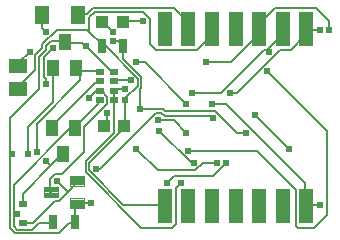
<source format=gbl>
G75*
%MOIN*%
%OFA0B0*%
%FSLAX25Y25*%
%IPPOS*%
%LPD*%
%AMOC8*
5,1,8,0,0,1.08239X$1,22.5*
%
%ADD10R,0.03150X0.04724*%
%ADD11R,0.03150X0.02362*%
%ADD12R,0.06000X0.05000*%
%ADD13R,0.04331X0.03937*%
%ADD14R,0.02559X0.01969*%
%ADD15R,0.03937X0.05512*%
%ADD16C,0.00354*%
%ADD17R,0.04724X0.11811*%
%ADD18R,0.05000X0.06000*%
%ADD19C,0.00600*%
%ADD20C,0.02400*%
D10*
X0019381Y0008500D03*
X0026467Y0008500D03*
X0035581Y0067300D03*
X0042667Y0067300D03*
D11*
X0009124Y0014450D03*
X0009124Y0008150D03*
D12*
X0007724Y0052700D03*
X0007724Y0060500D03*
D13*
X0035778Y0075300D03*
X0042470Y0075300D03*
X0042870Y0040500D03*
X0036178Y0040500D03*
D14*
X0034863Y0049176D03*
X0034863Y0052325D03*
X0034863Y0055475D03*
X0034863Y0058624D03*
X0039785Y0058624D03*
X0039785Y0055475D03*
X0039785Y0052325D03*
X0039785Y0049176D03*
D15*
X0026464Y0039831D03*
X0018984Y0039831D03*
X0022724Y0031169D03*
X0019384Y0059969D03*
X0026864Y0059969D03*
X0023124Y0068631D03*
D16*
X0024873Y0023834D02*
X0024873Y0020646D01*
X0024873Y0023834D02*
X0029637Y0023834D01*
X0029637Y0020646D01*
X0024873Y0020646D01*
X0024873Y0020999D02*
X0029637Y0020999D01*
X0029637Y0021352D02*
X0024873Y0021352D01*
X0024873Y0021705D02*
X0029637Y0021705D01*
X0029637Y0022058D02*
X0024873Y0022058D01*
X0024873Y0022411D02*
X0029637Y0022411D01*
X0029637Y0022764D02*
X0024873Y0022764D01*
X0024873Y0023117D02*
X0029637Y0023117D01*
X0029637Y0023470D02*
X0024873Y0023470D01*
X0024873Y0023823D02*
X0029637Y0023823D01*
X0024873Y0016354D02*
X0024873Y0013166D01*
X0024873Y0016354D02*
X0029637Y0016354D01*
X0029637Y0013166D01*
X0024873Y0013166D01*
X0024873Y0013519D02*
X0029637Y0013519D01*
X0029637Y0013872D02*
X0024873Y0013872D01*
X0024873Y0014225D02*
X0029637Y0014225D01*
X0029637Y0014578D02*
X0024873Y0014578D01*
X0024873Y0014931D02*
X0029637Y0014931D01*
X0029637Y0015284D02*
X0024873Y0015284D01*
X0024873Y0015637D02*
X0029637Y0015637D01*
X0029637Y0015990D02*
X0024873Y0015990D01*
X0024873Y0016343D02*
X0029637Y0016343D01*
X0016211Y0016906D02*
X0016211Y0020094D01*
X0020975Y0020094D01*
X0020975Y0016906D01*
X0016211Y0016906D01*
X0016211Y0017259D02*
X0020975Y0017259D01*
X0020975Y0017612D02*
X0016211Y0017612D01*
X0016211Y0017965D02*
X0020975Y0017965D01*
X0020975Y0018318D02*
X0016211Y0018318D01*
X0016211Y0018671D02*
X0020975Y0018671D01*
X0020975Y0019024D02*
X0016211Y0019024D01*
X0016211Y0019377D02*
X0020975Y0019377D01*
X0020975Y0019730D02*
X0016211Y0019730D01*
X0016211Y0020083D02*
X0020975Y0020083D01*
D17*
X0056502Y0013772D03*
X0064376Y0013772D03*
X0072250Y0013772D03*
X0080124Y0013772D03*
X0087998Y0013772D03*
X0095872Y0013772D03*
X0103746Y0013772D03*
X0103746Y0072828D03*
X0095872Y0072828D03*
X0087998Y0072828D03*
X0080124Y0072828D03*
X0072250Y0072828D03*
X0064376Y0072828D03*
X0056502Y0072828D03*
D18*
X0027524Y0077500D03*
X0015524Y0077500D03*
D19*
X0004924Y0006500D02*
X0006724Y0004700D01*
X0021124Y0004700D01*
X0024724Y0008300D01*
X0025924Y0008300D01*
X0026467Y0008500D01*
X0026524Y0008900D01*
X0026524Y0013700D01*
X0027124Y0014300D01*
X0027255Y0014760D01*
X0027724Y0014900D01*
X0031924Y0014900D01*
X0027724Y0022100D02*
X0027255Y0022240D01*
X0027724Y0022100D02*
X0024124Y0018500D01*
X0020524Y0022100D01*
X0018124Y0022700D02*
X0018124Y0018500D01*
X0018593Y0018500D01*
X0019924Y0015500D02*
X0021124Y0015500D01*
X0024124Y0018500D01*
X0019924Y0015500D02*
X0012724Y0008300D01*
X0009124Y0008300D01*
X0009124Y0008150D01*
X0007324Y0005900D02*
X0006124Y0007100D01*
X0006124Y0011300D01*
X0007324Y0011300D01*
X0006124Y0011300D02*
X0006124Y0020900D01*
X0024724Y0039500D01*
X0025924Y0039500D01*
X0026464Y0039831D01*
X0026524Y0040100D01*
X0034324Y0047900D01*
X0034324Y0049100D01*
X0034863Y0049176D01*
X0037324Y0050300D02*
X0035524Y0052100D01*
X0034924Y0052100D01*
X0034863Y0052325D01*
X0034324Y0052700D01*
X0031324Y0049700D01*
X0033724Y0055100D02*
X0018724Y0040100D01*
X0018984Y0039831D01*
X0013924Y0041300D02*
X0013924Y0031700D01*
X0010924Y0031100D02*
X0010924Y0040100D01*
X0019324Y0048500D01*
X0019324Y0059900D01*
X0019384Y0059969D01*
X0016324Y0056900D02*
X0016324Y0063500D01*
X0019324Y0066500D01*
X0016924Y0067100D02*
X0016924Y0065900D01*
X0014524Y0063500D01*
X0014524Y0052700D01*
X0004924Y0043100D01*
X0004924Y0031100D01*
X0005524Y0031100D01*
X0004924Y0031100D02*
X0004924Y0006500D01*
X0007324Y0005900D02*
X0012124Y0005900D01*
X0014524Y0008300D01*
X0019324Y0008300D01*
X0019381Y0008500D01*
X0009124Y0014450D02*
X0009124Y0017900D01*
X0018724Y0027500D01*
X0018124Y0027500D01*
X0016924Y0028700D01*
X0018724Y0027500D02*
X0022324Y0031100D01*
X0022724Y0031169D01*
X0022324Y0024500D02*
X0019924Y0024500D01*
X0018124Y0022700D01*
X0022324Y0024500D02*
X0029524Y0031700D01*
X0029524Y0040100D01*
X0037324Y0047900D01*
X0037324Y0050300D01*
X0039724Y0049700D02*
X0039724Y0052100D01*
X0039785Y0052325D01*
X0040324Y0052700D01*
X0043324Y0052700D01*
X0043324Y0049700D02*
X0047524Y0053900D01*
X0047524Y0056300D01*
X0036124Y0067700D01*
X0035581Y0067300D01*
X0035524Y0067700D01*
X0031324Y0071900D01*
X0031324Y0076700D01*
X0033124Y0078500D01*
X0049324Y0078500D01*
X0051724Y0076100D01*
X0051724Y0067700D01*
X0053524Y0065900D01*
X0067324Y0065900D01*
X0072124Y0070700D01*
X0072124Y0072500D01*
X0072250Y0072828D01*
X0064376Y0072828D02*
X0064324Y0073100D01*
X0064324Y0074900D01*
X0059524Y0079700D01*
X0032524Y0079700D01*
X0030724Y0077900D01*
X0027724Y0077900D01*
X0027524Y0077500D01*
X0030724Y0072500D02*
X0020524Y0072500D01*
X0015724Y0067700D01*
X0015724Y0066500D01*
X0013324Y0064100D01*
X0013324Y0059300D01*
X0007924Y0053900D01*
X0007924Y0052700D01*
X0007724Y0052700D01*
X0007724Y0060500D02*
X0007924Y0060500D01*
X0007924Y0061700D01*
X0011524Y0065300D01*
X0016924Y0067100D02*
X0018724Y0068900D01*
X0022924Y0068900D01*
X0023124Y0068631D01*
X0023524Y0068300D01*
X0028924Y0068300D01*
X0030124Y0067100D01*
X0038524Y0058700D01*
X0039724Y0058700D01*
X0039785Y0058624D01*
X0040324Y0055700D02*
X0039785Y0055475D01*
X0040324Y0055700D02*
X0045124Y0055700D01*
X0048724Y0056900D02*
X0048724Y0053300D01*
X0048124Y0052700D01*
X0048124Y0046100D01*
X0055924Y0046100D01*
X0056524Y0045500D01*
X0073324Y0045500D01*
X0080524Y0038300D01*
X0083524Y0038300D01*
X0086524Y0044300D02*
X0097924Y0032900D01*
X0087124Y0032300D02*
X0100324Y0019100D01*
X0100324Y0007100D01*
X0100924Y0006500D01*
X0106324Y0006500D01*
X0110524Y0010700D01*
X0110524Y0038900D01*
X0090724Y0058700D01*
X0091324Y0065300D02*
X0090724Y0065900D01*
X0095524Y0070700D01*
X0095524Y0072500D01*
X0095872Y0072828D01*
X0094924Y0065900D02*
X0098524Y0065900D01*
X0103324Y0070700D01*
X0103324Y0072500D01*
X0103746Y0072828D01*
X0103924Y0072500D01*
X0108124Y0072500D01*
X0111124Y0072500D02*
X0111124Y0075500D01*
X0106924Y0079700D01*
X0093124Y0079700D01*
X0088324Y0074900D01*
X0088324Y0073100D01*
X0087998Y0072828D01*
X0087724Y0072500D01*
X0087724Y0070700D01*
X0078724Y0061700D01*
X0070324Y0061700D01*
X0075124Y0051500D02*
X0065524Y0051500D01*
X0063724Y0047900D02*
X0049924Y0061700D01*
X0046924Y0061700D01*
X0042724Y0062900D02*
X0042724Y0067100D01*
X0042667Y0067300D01*
X0042124Y0067700D01*
X0040924Y0068900D01*
X0039124Y0068900D01*
X0039124Y0071900D02*
X0036124Y0074900D01*
X0035778Y0075300D01*
X0042470Y0075300D02*
X0042724Y0075500D01*
X0049324Y0075500D01*
X0042724Y0062900D02*
X0048724Y0056900D01*
X0043324Y0049700D02*
X0043324Y0049100D01*
X0043324Y0040700D01*
X0042870Y0040500D01*
X0043324Y0040100D01*
X0031324Y0028100D01*
X0031324Y0025700D01*
X0042724Y0014300D01*
X0055924Y0014300D01*
X0056502Y0013772D01*
X0060124Y0019700D02*
X0060124Y0007700D01*
X0058924Y0006500D01*
X0048724Y0006500D01*
X0030124Y0025100D01*
X0030124Y0028700D01*
X0039724Y0038300D01*
X0039724Y0049100D01*
X0039785Y0049176D01*
X0039724Y0049700D01*
X0037324Y0044900D02*
X0037324Y0041300D01*
X0036724Y0040700D01*
X0036178Y0040500D01*
X0046924Y0032900D02*
X0054124Y0025700D01*
X0066724Y0025700D01*
X0069124Y0028100D01*
X0073924Y0028100D01*
X0076924Y0028100D02*
X0072724Y0023900D01*
X0059524Y0023900D01*
X0057124Y0021500D01*
X0060124Y0019700D02*
X0061924Y0021500D01*
X0065524Y0028100D02*
X0066124Y0028100D01*
X0065524Y0028100D02*
X0054724Y0038900D01*
X0054124Y0042500D02*
X0059524Y0042500D01*
X0063724Y0038300D01*
X0064324Y0032300D02*
X0087124Y0032300D01*
X0072724Y0043100D02*
X0072124Y0043700D01*
X0056524Y0043700D01*
X0055324Y0044900D01*
X0053524Y0044900D01*
X0034924Y0026300D01*
X0033724Y0026300D01*
X0013924Y0041300D02*
X0028324Y0055700D01*
X0028324Y0058700D01*
X0026864Y0059969D01*
X0027124Y0059900D01*
X0028324Y0058700D01*
X0034324Y0058700D01*
X0034863Y0058624D01*
X0034863Y0055475D02*
X0034324Y0055100D01*
X0033724Y0055100D01*
X0016924Y0054500D02*
X0016924Y0056300D01*
X0016324Y0056900D01*
X0016924Y0071900D02*
X0015724Y0073100D01*
X0015724Y0077300D01*
X0015524Y0077500D01*
X0030724Y0072500D02*
X0031324Y0071900D01*
X0072124Y0047900D02*
X0076924Y0047900D01*
X0103324Y0021500D01*
X0103324Y0014300D01*
X0103746Y0013772D01*
X0103924Y0014300D01*
X0108124Y0014300D01*
X0080524Y0051500D02*
X0078124Y0051500D01*
X0080524Y0051500D02*
X0094924Y0065900D01*
X0090724Y0065900D02*
X0089524Y0065900D01*
X0075124Y0051500D01*
D20*
X0078124Y0051500D03*
X0072124Y0047900D03*
X0072724Y0043100D03*
X0063724Y0047900D03*
X0065524Y0051500D03*
X0070324Y0061700D03*
X0049324Y0075500D03*
X0039124Y0071900D03*
X0039124Y0068900D03*
X0030124Y0067100D03*
X0019324Y0066500D03*
X0016924Y0071900D03*
X0011524Y0065300D03*
X0016924Y0054500D03*
X0031324Y0049700D03*
X0037324Y0044900D03*
X0043324Y0049100D03*
X0043324Y0052700D03*
X0045124Y0055700D03*
X0046924Y0061700D03*
X0048124Y0046100D03*
X0054124Y0042500D03*
X0054724Y0038900D03*
X0046924Y0032900D03*
X0033724Y0026300D03*
X0020524Y0022100D03*
X0016924Y0028700D03*
X0013924Y0031700D03*
X0010924Y0031100D03*
X0005524Y0031100D03*
X0007324Y0011300D03*
X0031924Y0014900D03*
X0057124Y0021500D03*
X0061924Y0021500D03*
X0066124Y0028100D03*
X0064324Y0032300D03*
X0063724Y0038300D03*
X0073924Y0028100D03*
X0076924Y0028100D03*
X0083524Y0038300D03*
X0086524Y0044300D03*
X0097924Y0032900D03*
X0108124Y0014300D03*
X0090724Y0058700D03*
X0091324Y0065300D03*
X0108124Y0072500D03*
X0111124Y0072500D03*
M02*

</source>
